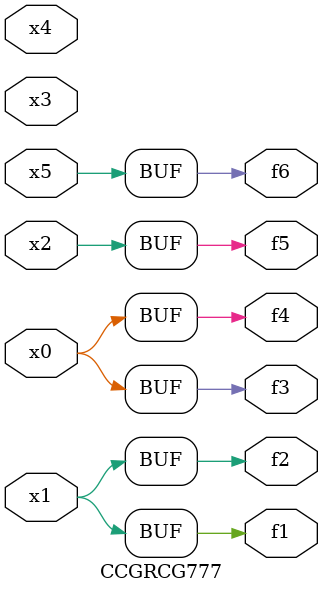
<source format=v>
module CCGRCG777(
	input x0, x1, x2, x3, x4, x5,
	output f1, f2, f3, f4, f5, f6
);
	assign f1 = x1;
	assign f2 = x1;
	assign f3 = x0;
	assign f4 = x0;
	assign f5 = x2;
	assign f6 = x5;
endmodule

</source>
